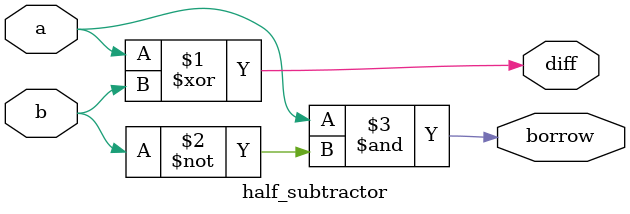
<source format=v>

module half_subtractor(input a, b, output diff, borrow);
    assign diff = a ^ b;
    assign borrow = a & ~b;
endmodule

</source>
